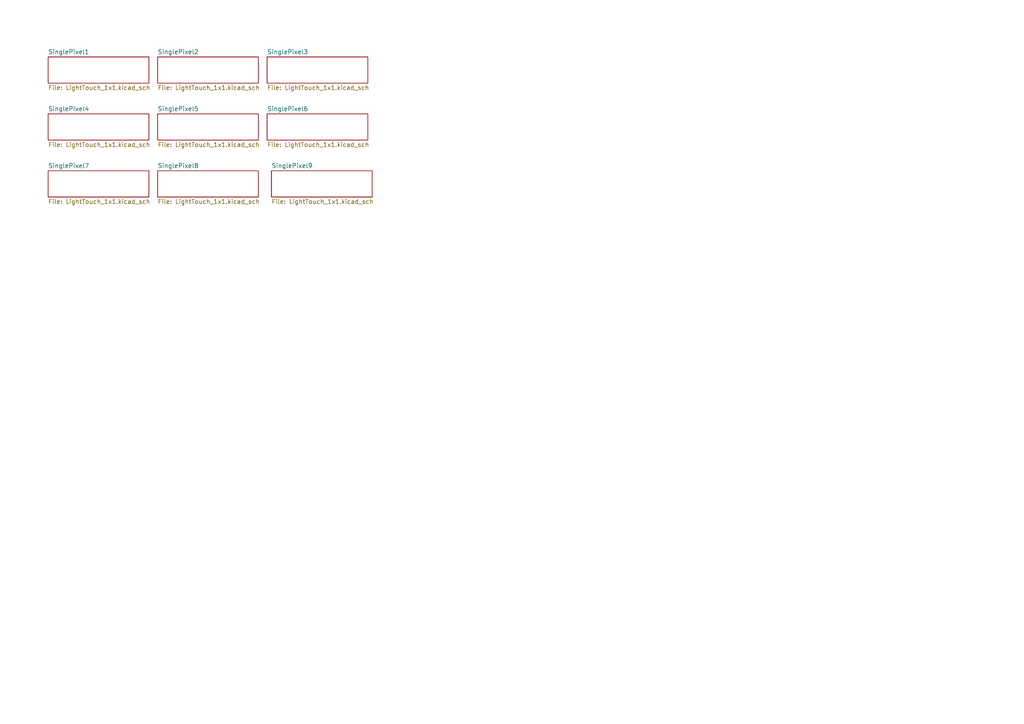
<source format=kicad_sch>
(kicad_sch
	(version 20250114)
	(generator "eeschema")
	(generator_version "9.0")
	(uuid "46dc7ff9-5ee8-4aa6-ae4f-f0407ca92e28")
	(paper "A4")
	(lib_symbols)
	(sheet
		(at 77.47 16.51)
		(size 29.21 7.62)
		(exclude_from_sim no)
		(in_bom yes)
		(on_board yes)
		(dnp no)
		(fields_autoplaced yes)
		(stroke
			(width 0.1524)
			(type solid)
		)
		(fill
			(color 0 0 0 0.0000)
		)
		(uuid "01a9dda1-c6c7-489a-bbcb-17c25dbff946")
		(property "Sheetname" "SinglePixel3"
			(at 77.47 15.7984 0)
			(effects
				(font
					(size 1.27 1.27)
				)
				(justify left bottom)
			)
		)
		(property "Sheetfile" "LightTouch_1x1.kicad_sch"
			(at 77.47 24.7146 0)
			(effects
				(font
					(size 1.27 1.27)
				)
				(justify left top)
			)
		)
		(instances
			(project "LightTouch_10x10"
				(path "/46dc7ff9-5ee8-4aa6-ae4f-f0407ca92e28"
					(page "3")
				)
			)
		)
	)
	(sheet
		(at 13.97 16.51)
		(size 29.21 7.62)
		(exclude_from_sim no)
		(in_bom yes)
		(on_board yes)
		(dnp no)
		(fields_autoplaced yes)
		(stroke
			(width 0.1524)
			(type solid)
		)
		(fill
			(color 0 0 0 0.0000)
		)
		(uuid "01e0514c-4452-4cd0-9070-af0c052bffe2")
		(property "Sheetname" "SinglePixel1"
			(at 13.97 15.7984 0)
			(effects
				(font
					(size 1.27 1.27)
				)
				(justify left bottom)
			)
		)
		(property "Sheetfile" "LightTouch_1x1.kicad_sch"
			(at 13.97 24.7146 0)
			(effects
				(font
					(size 1.27 1.27)
				)
				(justify left top)
			)
		)
		(instances
			(project "LightTouch_10x10"
				(path "/46dc7ff9-5ee8-4aa6-ae4f-f0407ca92e28"
					(page "1")
				)
			)
		)
	)
	(sheet
		(at 13.97 33.02)
		(size 29.21 7.62)
		(exclude_from_sim no)
		(in_bom yes)
		(on_board yes)
		(dnp no)
		(fields_autoplaced yes)
		(stroke
			(width 0.1524)
			(type solid)
		)
		(fill
			(color 0 0 0 0.0000)
		)
		(uuid "0fd09134-ad28-4577-a934-8a2597f9c248")
		(property "Sheetname" "SinglePixel4"
			(at 13.97 32.3084 0)
			(effects
				(font
					(size 1.27 1.27)
				)
				(justify left bottom)
			)
		)
		(property "Sheetfile" "LightTouch_1x1.kicad_sch"
			(at 13.97 41.2246 0)
			(effects
				(font
					(size 1.27 1.27)
				)
				(justify left top)
			)
		)
		(instances
			(project "LightTouch_10x10"
				(path "/46dc7ff9-5ee8-4aa6-ae4f-f0407ca92e28"
					(page "4")
				)
			)
		)
	)
	(sheet
		(at 45.72 49.53)
		(size 29.21 7.62)
		(exclude_from_sim no)
		(in_bom yes)
		(on_board yes)
		(dnp no)
		(fields_autoplaced yes)
		(stroke
			(width 0.1524)
			(type solid)
		)
		(fill
			(color 0 0 0 0.0000)
		)
		(uuid "19df1b47-696a-4769-8cca-04c46ecbfb69")
		(property "Sheetname" "SinglePixel8"
			(at 45.72 48.8184 0)
			(effects
				(font
					(size 1.27 1.27)
				)
				(justify left bottom)
			)
		)
		(property "Sheetfile" "LightTouch_1x1.kicad_sch"
			(at 45.72 57.7346 0)
			(effects
				(font
					(size 1.27 1.27)
				)
				(justify left top)
			)
		)
		(instances
			(project "LightTouch_10x10"
				(path "/46dc7ff9-5ee8-4aa6-ae4f-f0407ca92e28"
					(page "8")
				)
			)
		)
	)
	(sheet
		(at 45.72 33.02)
		(size 29.21 7.62)
		(exclude_from_sim no)
		(in_bom yes)
		(on_board yes)
		(dnp no)
		(fields_autoplaced yes)
		(stroke
			(width 0.1524)
			(type solid)
		)
		(fill
			(color 0 0 0 0.0000)
		)
		(uuid "3c231555-567c-4f52-9021-63f08d5fb3cb")
		(property "Sheetname" "SinglePixel5"
			(at 45.72 32.3084 0)
			(effects
				(font
					(size 1.27 1.27)
				)
				(justify left bottom)
			)
		)
		(property "Sheetfile" "LightTouch_1x1.kicad_sch"
			(at 45.72 41.2246 0)
			(effects
				(font
					(size 1.27 1.27)
				)
				(justify left top)
			)
		)
		(instances
			(project "LightTouch_10x10"
				(path "/46dc7ff9-5ee8-4aa6-ae4f-f0407ca92e28"
					(page "5")
				)
			)
		)
	)
	(sheet
		(at 13.97 49.53)
		(size 29.21 7.62)
		(exclude_from_sim no)
		(in_bom yes)
		(on_board yes)
		(dnp no)
		(fields_autoplaced yes)
		(stroke
			(width 0.1524)
			(type solid)
		)
		(fill
			(color 0 0 0 0.0000)
		)
		(uuid "572e8c2c-3887-4279-913f-4257fe05c4a9")
		(property "Sheetname" "SinglePixel7"
			(at 13.97 48.8184 0)
			(effects
				(font
					(size 1.27 1.27)
				)
				(justify left bottom)
			)
		)
		(property "Sheetfile" "LightTouch_1x1.kicad_sch"
			(at 13.97 57.7346 0)
			(effects
				(font
					(size 1.27 1.27)
				)
				(justify left top)
			)
		)
		(instances
			(project "LightTouch_10x10"
				(path "/46dc7ff9-5ee8-4aa6-ae4f-f0407ca92e28"
					(page "7")
				)
			)
		)
	)
	(sheet
		(at 78.74 49.53)
		(size 29.21 7.62)
		(exclude_from_sim no)
		(in_bom yes)
		(on_board yes)
		(dnp no)
		(fields_autoplaced yes)
		(stroke
			(width 0.1524)
			(type solid)
		)
		(fill
			(color 0 0 0 0.0000)
		)
		(uuid "7a233ddf-e676-43c6-9a6b-ae4bc109caea")
		(property "Sheetname" "SinglePixel9"
			(at 78.74 48.8184 0)
			(effects
				(font
					(size 1.27 1.27)
				)
				(justify left bottom)
			)
		)
		(property "Sheetfile" "LightTouch_1x1.kicad_sch"
			(at 78.74 57.7346 0)
			(effects
				(font
					(size 1.27 1.27)
				)
				(justify left top)
			)
		)
		(instances
			(project "LightTouch_10x10"
				(path "/46dc7ff9-5ee8-4aa6-ae4f-f0407ca92e28"
					(page "9")
				)
			)
		)
	)
	(sheet
		(at 45.72 16.51)
		(size 29.21 7.62)
		(exclude_from_sim no)
		(in_bom yes)
		(on_board yes)
		(dnp no)
		(fields_autoplaced yes)
		(stroke
			(width 0.1524)
			(type solid)
		)
		(fill
			(color 0 0 0 0.0000)
		)
		(uuid "a206e607-5949-4dbc-9e3f-bcc46086e91d")
		(property "Sheetname" "SinglePixel2"
			(at 45.72 15.7984 0)
			(effects
				(font
					(size 1.27 1.27)
				)
				(justify left bottom)
			)
		)
		(property "Sheetfile" "LightTouch_1x1.kicad_sch"
			(at 45.72 24.7146 0)
			(effects
				(font
					(size 1.27 1.27)
				)
				(justify left top)
			)
		)
		(instances
			(project "LightTouch_10x10"
				(path "/46dc7ff9-5ee8-4aa6-ae4f-f0407ca92e28"
					(page "2")
				)
			)
		)
	)
	(sheet
		(at 77.47 33.02)
		(size 29.21 7.62)
		(exclude_from_sim no)
		(in_bom yes)
		(on_board yes)
		(dnp no)
		(fields_autoplaced yes)
		(stroke
			(width 0.1524)
			(type solid)
		)
		(fill
			(color 0 0 0 0.0000)
		)
		(uuid "d0daf464-ba41-42ba-b3dd-503f975e0634")
		(property "Sheetname" "SinglePixel6"
			(at 77.47 32.3084 0)
			(effects
				(font
					(size 1.27 1.27)
				)
				(justify left bottom)
			)
		)
		(property "Sheetfile" "LightTouch_1x1.kicad_sch"
			(at 77.47 41.2246 0)
			(effects
				(font
					(size 1.27 1.27)
				)
				(justify left top)
			)
		)
		(instances
			(project "LightTouch_10x10"
				(path "/46dc7ff9-5ee8-4aa6-ae4f-f0407ca92e28"
					(page "6")
				)
			)
		)
	)
	(sheet_instances
		(path "/"
			(page "0")
		)
	)
	(embedded_fonts no)
)

</source>
